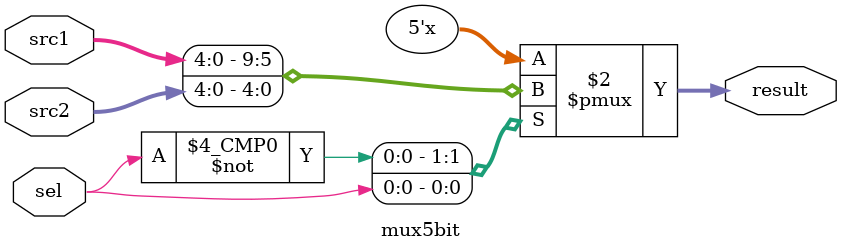
<source format=v>
`timescale 1ns / 1ps
module mux5bit(src1,src2,sel,result);
	parameter size = 5;
	input [size-1:0] src1,src2;
	input sel;
	output reg [size-1:0] result;
	
	always @(sel,src1,src2) begin
		case (sel) 
			1'b0: result = src1;
			1'b1: result = src2;
		endcase
	end
endmodule

</source>
